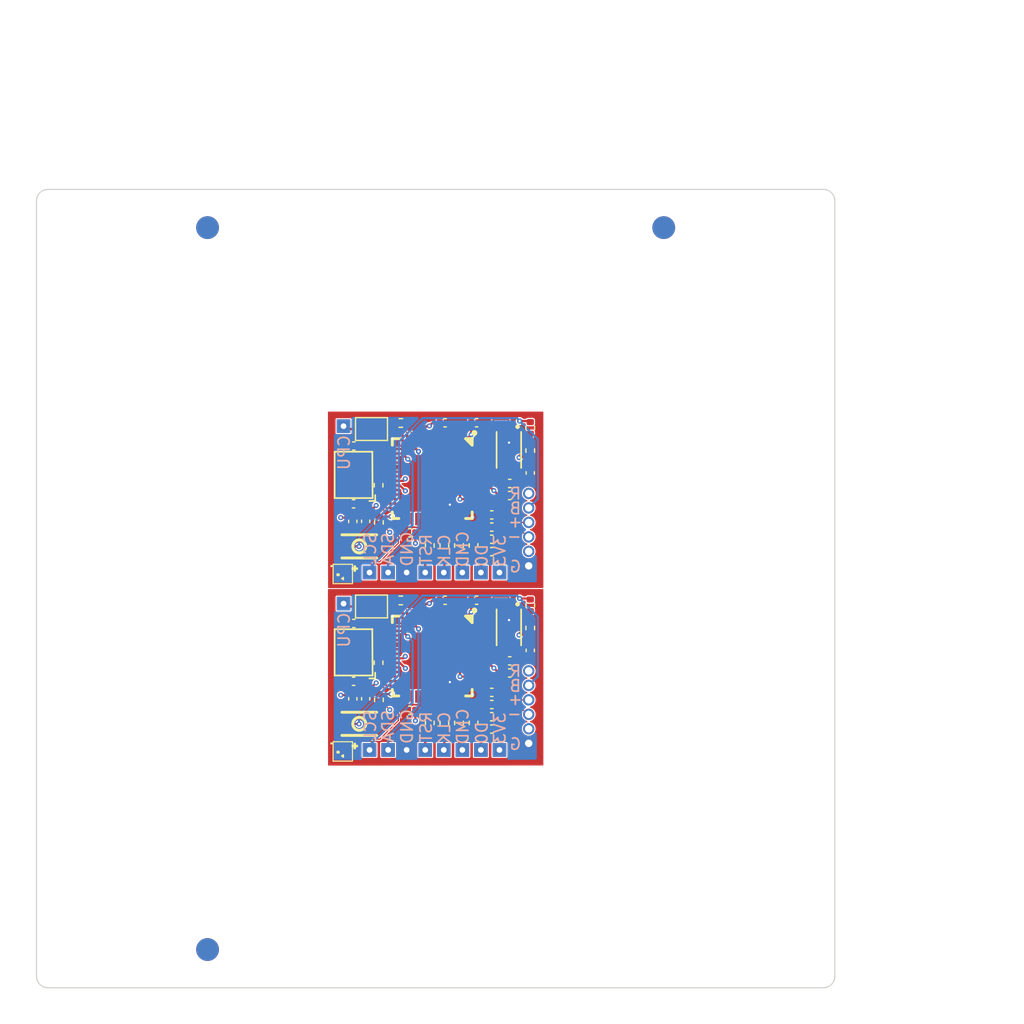
<source format=kicad_pcb>
(kicad_pcb (version 20221018) (generator pcbnew)
  (layers (0 "F.Cu" signal) (1 "In1.Cu" signal) (2 "In2.Cu" signal) (31 "B.Cu" signal) (34 "B.Paste" user) (35 "F.Paste" user) (36 "B.SilkS" user "B.Silkscreen") (37 "F.SilkS" user "F.Silkscreen") (38 "B.Mask" user) (39 "F.Mask" user) (44 "Edge.Cuts" user))
  (net 0 "")
  (net 1 "Board_0-+1V1")
  (net 2 "Board_0-+3V3")
  (net 3 "Board_0-BOOT")
  (net 4 "Board_0-D+")
  (net 5 "Board_0-D-")
  (net 6 "Board_0-DBG_CLK")
  (net 7 "Board_0-DBG_DAT")
  (net 8 "Board_0-GND")
  (net 9 "Board_0-LED_DATA")
  (net 10 "Board_0-NS_CLK")
  (net 11 "Board_0-NS_CMD")
  (net 12 "Board_0-NS_CPU")
  (net 13 "Board_0-NS_D0")
  (net 14 "Board_0-NS_RST")
  (net 15 "Board_0-NS_SCL")
  (net 16 "Board_0-NS_SDA")
  (net 17 "Board_0-Net-(JP1-B)")
  (net 18 "Board_0-Net-(U1-GPIO26_ADC0)")
  (net 19 "Board_0-Net-(U1-GPIO27_ADC1)")
  (net 20 "Board_0-Net-(U1-GPIO28_ADC2)")
  (net 21 "Board_0-Net-(U1-GPIO29_ADC3)")
  (net 22 "Board_0-Net-(X1-OSC1)")
  (net 23 "Board_0-QSPI_CS")
  (net 24 "Board_0-QSPI_SCK")
  (net 25 "Board_0-QSPI_SD0")
  (net 26 "Board_0-QSPI_SD1")
  (net 27 "Board_0-QSPI_SD2")
  (net 28 "Board_0-QSPI_SD3")
  (net 29 "Board_0-RST")
  (net 30 "Board_0-XIN")
  (net 31 "Board_0-XOUT")
  (net 32 "Board_0-unconnected-(U1-GPIO0-Pad2)")
  (net 33 "Board_0-unconnected-(U1-GPIO1-Pad3)")
  (net 34 "Board_0-unconnected-(U1-GPIO10-Pad13)")
  (net 35 "Board_0-unconnected-(U1-GPIO11-Pad14)")
  (net 36 "Board_0-unconnected-(U1-GPIO14-Pad17)")
  (net 37 "Board_0-unconnected-(U1-GPIO17-Pad28)")
  (net 38 "Board_0-unconnected-(U1-GPIO18-Pad29)")
  (net 39 "Board_0-unconnected-(U1-GPIO19-Pad30)")
  (net 40 "Board_0-unconnected-(U1-GPIO2-Pad4)")
  (net 41 "Board_0-unconnected-(U1-GPIO20-Pad31)")
  (net 42 "Board_0-unconnected-(U1-GPIO21-Pad32)")
  (net 43 "Board_0-unconnected-(U1-GPIO22-Pad34)")
  (net 44 "Board_0-unconnected-(U1-GPIO23-Pad35)")
  (net 45 "Board_0-unconnected-(U1-GPIO24-Pad36)")
  (net 46 "Board_0-unconnected-(U1-GPIO25-Pad37)")
  (net 47 "Board_0-unconnected-(U1-GPIO3-Pad5)")
  (net 48 "Board_0-unconnected-(U1-GPIO4-Pad6)")
  (net 49 "Board_0-unconnected-(U1-GPIO5-Pad7)")
  (net 50 "Board_0-unconnected-(U1-GPIO6-Pad8)")
  (net 51 "Board_0-unconnected-(U1-GPIO7-Pad9)")
  (net 52 "Board_0-unconnected-(U1-GPIO8-Pad11)")
  (net 53 "Board_0-unconnected-(U1-GPIO9-Pad12)")
  (net 54 "Board_0-unconnected-(U5-DOUT-Pad1)")
  (net 55 "Board_1-+1V1")
  (net 56 "Board_1-+3V3")
  (net 57 "Board_1-BOOT")
  (net 58 "Board_1-D+")
  (net 59 "Board_1-D-")
  (net 60 "Board_1-DBG_CLK")
  (net 61 "Board_1-DBG_DAT")
  (net 62 "Board_1-GND")
  (net 63 "Board_1-LED_DATA")
  (net 64 "Board_1-NS_CLK")
  (net 65 "Board_1-NS_CMD")
  (net 66 "Board_1-NS_CPU")
  (net 67 "Board_1-NS_D0")
  (net 68 "Board_1-NS_RST")
  (net 69 "Board_1-NS_SCL")
  (net 70 "Board_1-NS_SDA")
  (net 71 "Board_1-Net-(JP1-B)")
  (net 72 "Board_1-Net-(U1-GPIO26_ADC0)")
  (net 73 "Board_1-Net-(U1-GPIO27_ADC1)")
  (net 74 "Board_1-Net-(U1-GPIO28_ADC2)")
  (net 75 "Board_1-Net-(U1-GPIO29_ADC3)")
  (net 76 "Board_1-Net-(X1-OSC1)")
  (net 77 "Board_1-QSPI_CS")
  (net 78 "Board_1-QSPI_SCK")
  (net 79 "Board_1-QSPI_SD0")
  (net 80 "Board_1-QSPI_SD1")
  (net 81 "Board_1-QSPI_SD2")
  (net 82 "Board_1-QSPI_SD3")
  (net 83 "Board_1-RST")
  (net 84 "Board_1-XIN")
  (net 85 "Board_1-XOUT")
  (net 86 "Board_1-unconnected-(U1-GPIO0-Pad2)")
  (net 87 "Board_1-unconnected-(U1-GPIO1-Pad3)")
  (net 88 "Board_1-unconnected-(U1-GPIO10-Pad13)")
  (net 89 "Board_1-unconnected-(U1-GPIO11-Pad14)")
  (net 90 "Board_1-unconnected-(U1-GPIO14-Pad17)")
  (net 91 "Board_1-unconnected-(U1-GPIO17-Pad28)")
  (net 92 "Board_1-unconnected-(U1-GPIO18-Pad29)")
  (net 93 "Board_1-unconnected-(U1-GPIO19-Pad30)")
  (net 94 "Board_1-unconnected-(U1-GPIO2-Pad4)")
  (net 95 "Board_1-unconnected-(U1-GPIO20-Pad31)")
  (net 96 "Board_1-unconnected-(U1-GPIO21-Pad32)")
  (net 97 "Board_1-unconnected-(U1-GPIO22-Pad34)")
  (net 98 "Board_1-unconnected-(U1-GPIO23-Pad35)")
  (net 99 "Board_1-unconnected-(U1-GPIO24-Pad36)")
  (net 100 "Board_1-unconnected-(U1-GPIO25-Pad37)")
  (net 101 "Board_1-unconnected-(U1-GPIO3-Pad5)")
  (net 102 "Board_1-unconnected-(U1-GPIO4-Pad6)")
  (net 103 "Board_1-unconnected-(U1-GPIO5-Pad7)")
  (net 104 "Board_1-unconnected-(U1-GPIO6-Pad8)")
  (net 105 "Board_1-unconnected-(U1-GPIO7-Pad9)")
  (net 106 "Board_1-unconnected-(U1-GPIO8-Pad11)")
  (net 107 "Board_1-unconnected-(U1-GPIO9-Pad12)")
  (net 108 "Board_1-unconnected-(U5-DOUT-Pad1)")
  (footprint "Resistor_SMD:R_0402_1005Metric" (layer "F.Cu") (at 150.545 51.22 -90)
    (fp_text reference "R10" hide)
    (fp_text value "47")
  )
  (footprint "kicad_lceda:TH_Pads_1x1_P1.20mml" (layer "F.Cu") (at 140.425 56.32 90)
    (fp_text reference "J1" hide)
    (fp_text value "Conn_01x01")
  )
  (footprint "Capacitor_SMD:C_0402_1005Metric" (layer "F.Cu") (at 154.995 62.4)
    (fp_text reference "C10" hide)
    (fp_text value "100nF,16V,X7R ")
  )
  (footprint "kicad_lceda:TH_Pads_1x1_P1.20mml" (layer "F.Cu") (at 140.425 40.76 90)
    (fp_text reference "J1" hide)
    (fp_text value "Conn_01x01")
  )
  (footprint "kicad_lceda:LED-SMD_4P-L1.0-W1.0-TL_XL-1010RGBC-WS2812B" (layer "F.Cu") (at 140.3575 69.28)
    (fp_text reference "U5" hide)
    (fp_text value "XL-1010RGBC-WS2812B")
  )
  (footprint "Resistor_SMD:R_0402_1005Metric" (layer "F.Cu") (at 156.795 40.91 -90)
    (fp_text reference "R5" hide)
    (fp_text value "1k")
  )
  (footprint "Capacitor_SMD:C_0402_1005Metric" (layer "F.Cu") (at 153.425 51.76)
    (fp_text reference "C8" hide)
    (fp_text value "100nF,16V,X7R ")
  )
  (footprint "kicad_lceda:TH_Pads_1x1_P1.20mml" (layer "F.Cu") (at 154.095 69.15)
    (fp_text reference "J10" hide)
    (fp_text value "Conn_01x01")
  )
  (footprint "kicad_lceda:LQFN-56_L7.0-W7.0-P0.4-EP" (layer "F.Cu") (at 148.2 45.355 -90)
    (fp_text reference "U1" hide)
    (fp_text value "RP2040")
  )
  (footprint "kicad_lceda:TH_Pads_1x1_P1.20mml" (layer "F.Cu") (at 147.585 53.59 90)
    (fp_text reference "J2" hide)
    (fp_text value "Conn_01x01")
  )
  (footprint "kicad_lceda:USON-8_L3.0-W2.0-P0.50-BL-EP" (layer "F.Cu") (at 154.92 42.8425 180)
    (fp_text reference "U2" hide)
    (fp_text value "W25Q16JVUXIQ")
  )
  (footprint "Resistor_SMD:R_0402_1005Metric" (layer "F.Cu") (at 143.495 45.94 90)
    (fp_text reference "R1" hide)
    (fp_text value "1k")
  )
  (footprint "Capacitor_SMD:C_0402_1005Metric" (layer "F.Cu") (at 152.095 56.02)
    (fp_text reference "C11" hide)
    (fp_text value "100nF,16V,X7R ")
  )
  (footprint "Resistor_SMD:R_0402_1005Metric" (layer "F.Cu") (at 151.825 51.22 -90)
    (fp_text reference "R11" hide)
    (fp_text value "47")
  )
  (footprint "kicad_lceda:LQFN-56_L7.0-W7.0-P0.4-EP" (layer "F.Cu") (at 148.2 60.915 -90)
    (fp_text reference "U1" hide)
    (fp_text value "RP2040")
  )
  (footprint "Capacitor_SMD:C_0402_1005Metric" (layer "F.Cu") (at 141.305 47.57)
    (fp_text reference "C1" hide)
    (fp_text value "27pF,50V,C0G ")
  )
  (footprint "Capacitor_SMD:C_0402_1005Metric" (layer "F.Cu") (at 141.325 58.06)
    (fp_text reference "C3" hide)
    (fp_text value "27pF,50V,C0G ")
  )
  (footprint "kicad_lceda:TH_Pads_1x1_P1.20mml" (layer "F.Cu") (at 149.2125 69.15 90)
    (fp_text reference "J3" hide)
    (fp_text value "Conn_01x01")
  )
  (footprint "Capacitor_SMD:C_0402_1005Metric" (layer "F.Cu") (at 154.995 45.78)
    (fp_text reference "C2" hide)
    (fp_text value "100nF,16V,X7R ")
  )
  (footprint "kicad_lceda:KEY-SMD_L3.0-W2.0-LS3.5" (layer "F.Cu") (at 141.805 66.86)
    (fp_text reference "SW1" hide)
    (fp_text value "EVPAWED40")
  )
  (footprint "kicad_lceda:LED-SMD_4P-L1.0-W1.0-TL_XL-1010RGBC-WS2812B" (layer "F.Cu") (at 140.3575 53.72)
    (fp_text reference "U5" hide)
    (fp_text value "XL-1010RGBC-WS2812B")
  )
  (footprint "Resistor_SMD:R_0402_1005Metric" (layer "F.Cu") (at 149.265 66.78 -90)
    (fp_text reference "R9" hide)
    (fp_text value "47")
  )
  (footprint "kicad_lceda:TH_Pads_1x1_P1.20mml" (layer "F.Cu") (at 144.335 53.59 -90)
    (fp_text reference "J6" hide)
    (fp_text value "Conn_01x01")
  )
  (footprint "Capacitor_SMD:C_0402_1005Metric" (layer "F.Cu") (at 156.795 44.86 -90)
    (fp_text reference "C14" hide)
    (fp_text value "100nF,16V,X7R ")
  )
  (footprint "Capacitor_SMD:C_0402_1005Metric" (layer "F.Cu") (at 149.33 40.465)
    (fp_text reference "C12" hide)
    (fp_text value "100nF,16V,X7R ")
  )
  (footprint "Capacitor_SMD:C_0402_1005Metric" (layer "F.Cu") (at 141.235 64.665 -90)
    (fp_text reference "C13" hide)
    (fp_text value "100nF,16V,X7R ")
  )
  (footprint "Capacitor_SMD:C_0402_1005Metric" (layer "F.Cu") (at 142.365 64.66 -90)
    (fp_text reference "C4" hide)
    (fp_text value "100nF,16V,X7R ")
  )
  (footprint "kicad_lceda:USON-8_L3.0-W2.0-P0.50-BL-EP" (layer "F.Cu") (at 154.92 58.4025 180)
    (fp_text reference "U2" hide)
    (fp_text value "W25Q16JVUXIQ")
  )
  (footprint "Capacitor_SMD:C_0402_1005Metric" (layer "F.Cu") (at 154.995 46.84)
    (fp_text reference "C10" hide)
    (fp_text value "100nF,16V,X7R ")
  )
  (footprint "Resistor_SMD:R_0402_1005Metric" (layer "F.Cu") (at 147.985 51.22 -90)
    (fp_text reference "R8" hide)
    (fp_text value "47")
  )
  (footprint "kicad_lceda:SolderJumper-2_P1.3mm_Open_TrianglePad1.0x1.5mm_Sm" (layer "F.Cu") (at 142.875 56.57)
    (fp_text reference "JP1" hide)
    (fp_text value "Jumper_2_Open")
  )
  (footprint "kicad_lceda:TH_Pads_1x1_P1.20mml" (layer "F.Cu") (at 150.84 53.59 90)
    (fp_text reference "J4" hide)
    (fp_text value "Conn_01x01")
  )
  (footprint "Resistor_SMD:R_0402_1005Metric" (layer "F.Cu") (at 143.495 61.5 90)
    (fp_text reference "R1" hide)
    (fp_text value "1k")
  )
  (footprint "Fiducial" (layer "F.Cu") (at 128.5 86.65)
    (fp_text reference "REF**" hide)
    (fp_text value "Fiducial" hide)
  )
  (footprint "Resistor_SMD:R_0402_1005Metric" (layer "F.Cu") (at 150.545 66.78 -90)
    (fp_text reference "R10" hide)
    (fp_text value "47")
  )
  (footprint "Capacitor_SMD:C_0402_1005Metric" (layer "F.Cu") (at 141.235 49.105 -90)
    (fp_text reference "C13" hide)
    (fp_text value "100nF,16V,X7R ")
  )
  (footprint "Resistor_SMD:R_0402_1005Metric" (layer "F.Cu") (at 156.795 42.895 90)
    (fp_text reference "R6" hide)
    (fp_text value "10k")
  )
  (footprint "kicad_lceda:TH_Pads_1x1_P1.20mml" (layer "F.Cu") (at 152.4675 69.15)
    (fp_text reference "J5" hide)
    (fp_text value "Conn_01x01")
  )
  (footprint "Capacitor_SMD:C_0402_1005Metric" (layer "F.Cu") (at 141.325 42.5)
    (fp_text reference "C3" hide)
    (fp_text value "27pF,50V,C0G ")
  )
  (footprint "kicad_lceda:ProgPins_1x06_P1.27mm" (layer "F.Cu") (at 156.659248 62.218121)
    (fp_text reference "J8" hide)
    (fp_text value "Conn_01x06")
  )
  (footprint "Capacitor_SMD:C_0402_1005Metric" (layer "F.Cu") (at 153.42 50.675)
    (fp_text reference "C9" hide)
    (fp_text value "100nF,16V,X7R ")
  )
  (footprint "Resistor_SMD:R_0402_1005Metric" (layer "F.Cu") (at 147.985 66.78 -90)
    (fp_text reference "R8" hide)
    (fp_text value "47")
  )
  (footprint "Capacitor_SMD:C_0402_1005Metric" (layer "F.Cu") (at 153.425 67.32)
    (fp_text reference "C8" hide)
    (fp_text value "100nF,16V,X7R ")
  )
  (footprint "Capacitor_SMD:C_0402_1005Metric" (layer "F.Cu") (at 153.42 49.6075 180)
    (fp_text reference "C6" hide)
    (fp_text value "1uF,25V,X5R ")
  )
  (footprint "Capacitor_SMD:C_0402_1005Metric" (layer "F.Cu") (at 153.42 65.1675 180)
    (fp_text reference "C6" hide)
    (fp_text value "1uF,25V,X5R ")
  )
  (footprint "kicad_lceda:TH_Pads_1x1_P1.20mml" (layer "F.Cu") (at 149.2125 53.59 90)
    (fp_text reference "J3" hide)
    (fp_text value "Conn_01x01")
  )
  (footprint "Capacitor_SMD:C_0402_1005Metric" (layer "F.Cu") (at 153.42 48.54)
    (fp_text reference "C5" hide)
    (fp_text value "1uF,25V,X5R ")
  )
  (footprint "kicad_lceda:TH_Pads_1x1_P1.20mml" (layer "F.Cu") (at 152.4675 53.59)
    (fp_text reference "J5" hide)
    (fp_text value "Conn_01x01")
  )
  (footprint "Resistor_SMD:R_0402_1005Metric" (layer "F.Cu") (at 145.445 56.04)
    (fp_text reference "R12" hide)
    (fp_text value "10k")
  )
  (footprint "Fiducial" (layer "F.Cu") (at 128.5 23.35)
    (fp_text reference "REF**" hide)
    (fp_text value "Fiducial" hide)
  )
  (footprint "kicad_lceda:OSC-SMD_4P-L3.2-W2.5-BL" (layer "F.Cu") (at 141.292 45.033 90)
    (fp_text reference "X1" hide)
    (fp_text value "SMD-3225_4P_12.000MHZ_9PF")
  )
  (footprint "Resistor_SMD:R_0402_1005Metric" (layer "F.Cu") (at 149.265 51.22 -90)
    (fp_text reference "R9" hide)
    (fp_text value "47")
  )
  (footprint "Resistor_SMD:R_0402_1005Metric" (layer "F.Cu") (at 151.825 66.78 -90)
    (fp_text reference "R11" hide)
    (fp_text value "47")
  )
  (footprint "kicad_lceda:ProgPins_1x06_P1.27mm" (layer "F.Cu") (at 156.659248 46.658121)
    (fp_text reference "J8" hide)
    (fp_text value "Conn_01x06")
  )
  (footprint "Capacitor_SMD:C_0402_1005Metric" (layer "F.Cu") (at 156.795 60.42 -90)
    (fp_text reference "C14" hide)
    (fp_text value "100nF,16V,X7R ")
  )
  (footprint "Capacitor_SMD:C_0402_1005Metric" (layer "F.Cu") (at 141.305 63.13)
    (fp_text reference "C1" hide)
    (fp_text value "27pF,50V,C0G ")
  )
  (footprint "kicad_lceda:TH_Pads_1x1_P1.20mml" (layer "F.Cu") (at 142.7025 69.15)
    (fp_text reference "J7" hide)
    (fp_text value "Conn_01x01")
  )
  (footprint "kicad_lceda:TH_Pads_1x1_P1.20mml" (layer "F.Cu") (at 145.9575 53.59)
    (fp_text reference "J9" hide)
    (fp_text value "Conn_01x01")
  )
  (footprint "kicad_lceda:OSC-SMD_4P-L3.2-W2.5-BL" (layer "F.Cu") (at 141.292 60.593 90)
    (fp_text reference "X1" hide)
    (fp_text value "SMD-3225_4P_12.000MHZ_9PF")
  )
  (footprint "kicad_lceda:TH_Pads_1x1_P1.20mml" (layer "F.Cu") (at 145.9575 69.15)
    (fp_text reference "J9" hide)
    (fp_text value "Conn_01x01")
  )
  (footprint "Capacitor_SMD:C_0402_1005Metric" (layer "F.Cu") (at 153.42 66.235)
    (fp_text reference "C9" hide)
    (fp_text value "100nF,16V,X7R ")
  )
  (footprint "Capacitor_SMD:C_0402_1005Metric" (layer "F.Cu") (at 146.245 50.11 180)
    (fp_text reference "C7" hide)
    (fp_text value "100nF,16V,X7R ")
  )
  (footprint "Capacitor_SMD:C_0402_1005Metric" (layer "F.Cu") (at 146.245 65.67 180)
    (fp_text reference "C7" hide)
    (fp_text value "100nF,16V,X7R ")
  )
  (footprint "kicad_lceda:SolderJumper-2_P1.3mm_Open_TrianglePad1.0x1.5mm_Sm" (layer "F.Cu") (at 142.875 41.01)
    (fp_text reference "JP1" hide)
    (fp_text value "Jumper_2_Open")
  )
  (footprint "Resistor_SMD:R_0402_1005Metric" (layer "F.Cu") (at 143.525 64.76 90)
    (fp_text reference "R2" hide)
    (fp_text value "10k")
  )
  (footprint "kicad_lceda:TH_Pads_1x1_P1.20mml" (layer "F.Cu") (at 144.335 69.15 -90)
    (fp_text reference "J6" hide)
    (fp_text value "Conn_01x01")
  )
  (footprint "Fiducial" (layer "F.Cu") (at 168.5 23.35)
    (fp_text reference "REF**" hide)
    (fp_text value "Fiducial" hide)
  )
  (footprint "Capacitor_SMD:C_0402_1005Metric" (layer "F.Cu") (at 149.33 56.025)
    (fp_text reference "C12" hide)
    (fp_text value "100nF,16V,X7R ")
  )
  (footprint "Capacitor_SMD:C_0402_1005Metric" (layer "F.Cu") (at 152.095 40.46)
    (fp_text reference "C11" hide)
    (fp_text value "100nF,16V,X7R ")
  )
  (footprint "kicad_lceda:TH_Pads_1x1_P1.20mml" (layer "F.Cu") (at 150.84 69.15 90)
    (fp_text reference "J4" hide)
    (fp_text value "Conn_01x01")
  )
  (footprint "Capacitor_SMD:C_0402_1005Metric" (layer "F.Cu") (at 142.365 49.1 -90)
    (fp_text reference "C4" hide)
    (fp_text value "100nF,16V,X7R ")
  )
  (footprint "Capacitor_SMD:C_0402_1005Metric" (layer "F.Cu") (at 153.42 64.1)
    (fp_text reference "C5" hide)
    (fp_text value "1uF,25V,X5R ")
  )
  (footprint "kicad_lceda:TH_Pads_1x1_P1.20mml" (layer "F.Cu") (at 142.7025 53.59)
    (fp_text reference "J7" hide)
    (fp_text value "Conn_01x01")
  )
  (footprint "kicad_lceda:TH_Pads_1x1_P1.20mml" (layer "F.Cu") (at 154.095 53.59)
    (fp_text reference "J10" hide)
    (fp_text value "Conn_01x01")
  )
  (footprint "kicad_lceda:KEY-SMD_L3.0-W2.0-LS3.5" (layer "F.Cu") (at 141.805 51.3)
    (fp_text reference "SW1" hide)
    (fp_text value "EVPAWED40")
  )
  (footprint "Resistor_SMD:R_0402_1005Metric" (layer "F.Cu") (at 143.525 49.2 90)
    (fp_text reference "R2" hide)
    (fp_text value "10k")
  )
  (footprint "Resistor_SMD:R_0402_1005Metric" (layer "F.Cu") (at 156.795 56.47 -90)
    (fp_text reference "R5" hide)
    (fp_text value "1k")
  )
  (footprint "Resistor_SMD:R_0402_1005Metric" (layer "F.Cu") (at 145.445 40.48)
    (fp_text reference "R12" hide)
    (fp_text value "10k")
  )
  (footprint "Resistor_SMD:R_0402_1005Metric" (layer "F.Cu") (at 156.795 58.455 90)
    (fp_text reference "R6" hide)
    (fp_text value "10k")
  )
  (footprint "kicad_lceda:TH_Pads_1x1_P1.20mml" (layer "F.Cu") (at 147.585 69.15 90)
    (fp_text reference "J2" hide)
    (fp_text value "Conn_01x01")
  )
  (footprint "Capacitor_SMD:C_0402_1005Metric" (layer "F.Cu") (at 154.995 61.34)
    (fp_text reference "C2" hide)
    (fp_text value "100nF,16V,X7R ")
  )
  (footprint "Fiducial" (layer "B.Cu") (at 168.5 23.35)
    (fp_text reference "REF**" hide)
    (fp_text value "Fiducial" hide)
  )
  (footprint "Fiducial" (layer "B.Cu") (at 128.5 23.35)
    (fp_text reference "REF**" hide)
    (fp_text value "Fiducial" hide)
  )
  (footprint "Fiducial" (layer "B.Cu") (at 128.5 86.65)
    (fp_text reference "REF**" hide)
    (fp_text value "Fiducial" hide)
  )
  (gr_line (start 113.519214 20.804909) (end 113.504815 20.901982) (stroke (width 0.1)) (layer "Edge.Cuts"))
  (gr_line (start 183.331469 20.444429) (end 183.27301 20.365606) (stroke (width 0.1)) (layer "Edge.Cuts"))
  (gr_line (start 182.69509 20.019214) (end 182.598017 20.004815) (stroke (width 0.1)) (layer "Edge.Cuts"))
  (gr_line (start 182.69509 89.980785) (end 182.790284 89.95694) (stroke (width 0.1)) (layer "Edge.Cuts"))
  (gr_line (start 182.598017 89.995184) (end 182.69509 89.980785) (stroke (width 0.1)) (layer "Edge.Cuts"))
  (gr_line (start 183.495184 89.098017) (end 183.5 89) (stroke (width 0.1)) (layer "Edge.Cuts"))
  (gr_line (start 113.5 89) (end 113.504815 89.098017) (stroke (width 0.1)) (layer "Edge.Cuts"))
  (gr_line (start 114.117316 89.923879) (end 114.209715 89.95694) (stroke (width 0.1)) (layer "Edge.Cuts"))
  (gr_line (start 182.598017 20.004815) (end 182.5 20) (stroke (width 0.1)) (layer "Edge.Cuts"))
  (gr_line (start 183.381921 20.528603) (end 183.331469 20.444429) (stroke (width 0.1)) (layer "Edge.Cuts"))
  (gr_line (start 183.423879 89.382683) (end 183.45694 89.290284) (stroke (width 0.1)) (layer "Edge.Cuts"))
  (gr_line (start 114.5 90) (end 182.5 90) (stroke (width 0.1)) (layer "Edge.Cuts"))
  (gr_line (start 182.5 90) (end 182.598017 89.995184) (stroke (width 0.1)) (layer "Edge.Cuts"))
  (gr_line (start 183.423879 20.617316) (end 183.381921 20.528603) (stroke (width 0.1)) (layer "Edge.Cuts"))
  (gr_line (start 114.209715 20.043059) (end 114.117316 20.07612) (stroke (width 0.1)) (layer "Edge.Cuts"))
  (gr_line (start 113.543059 89.290284) (end 113.57612 89.382683) (stroke (width 0.1)) (layer "Edge.Cuts"))
  (gr_line (start 113.865606 20.226989) (end 113.792893 20.292893) (stroke (width 0.1)) (layer "Edge.Cuts"))
  (gr_line (start 113.944429 20.16853) (end 113.865606 20.226989) (stroke (width 0.1)) (layer "Edge.Cuts"))
  (gr_line (start 182.971396 20.118078) (end 182.882683 20.07612) (stroke (width 0.1)) (layer "Edge.Cuts"))
  (gr_line (start 183.5 89) (end 183.5 21) (stroke (width 0.1)) (layer "Edge.Cuts"))
  (gr_line (start 183.381921 89.471396) (end 183.423879 89.382683) (stroke (width 0.1)) (layer "Edge.Cuts"))
  (gr_line (start 182.790284 20.043059) (end 182.69509 20.019214) (stroke (width 0.1)) (layer "Edge.Cuts"))
  (gr_line (start 114.028603 20.118078) (end 113.944429 20.16853) (stroke (width 0.1)) (layer "Edge.Cuts"))
  (gr_line (start 114.401982 89.995184) (end 114.5 90) (stroke (width 0.1)) (layer "Edge.Cuts"))
  (gr_line (start 182.882683 89.923879) (end 182.971396 89.881921) (stroke (width 0.1)) (layer "Edge.Cuts"))
  (gr_line (start 183.05557 89.831469) (end 183.134393 89.77301) (stroke (width 0.1)) (layer "Edge.Cuts"))
  (gr_line (start 114.209715 89.95694) (end 114.304909 89.980785) (stroke (width 0.1)) (layer "Edge.Cuts"))
  (gr_line (start 113.726989 20.365606) (end 113.66853 20.444429) (stroke (width 0.1)) (layer "Edge.Cuts"))
  (gr_line (start 183.331469 89.55557) (end 183.381921 89.471396) (stroke (width 0.1)) (layer "Edge.Cuts"))
  (gr_line (start 183.45694 20.709715) (end 183.423879 20.617316) (stroke (width 0.1)) (layer "Edge.Cuts"))
  (gr_line (start 113.504815 20.901982) (end 113.5 21) (stroke (width 0.1)) (layer "Edge.Cuts"))
  (gr_line (start 113.792893 20.292893) (end 113.726989 20.365606) (stroke (width 0.1)) (layer "Edge.Cuts"))
  (gr_line (start 113.792893 89.707106) (end 113.865606 89.77301) (stroke (width 0.1)) (layer "Edge.Cuts"))
  (gr_line (start 183.05557 20.16853) (end 182.971396 20.118078) (stroke (width 0.1)) (layer "Edge.Cuts"))
  (gr_line (start 113.5 21) (end 113.5 89) (stroke (width 0.1)) (layer "Edge.Cuts"))
  (gr_line (start 183.27301 89.634393) (end 183.331469 89.55557) (stroke (width 0.1)) (layer "Edge.Cuts"))
  (gr_line (start 113.618078 89.471396) (end 113.66853 89.55557) (stroke (width 0.1)) (layer "Edge.Cuts"))
  (gr_line (start 183.134393 20.226989) (end 183.05557 20.16853) (stroke (width 0.1)) (layer "Edge.Cuts"))
  (gr_line (start 113.66853 20.444429) (end 113.618078 20.528603) (stroke (width 0.1)) (layer "Edge.Cuts"))
  (gr_line (start 113.726989 89.634393) (end 113.792893 89.707106) (stroke (width 0.1)) (layer "Edge.Cuts"))
  (gr_line (start 113.519214 89.19509) (end 113.543059 89.290284) (stroke (width 0.1)) (layer "Edge.Cuts"))
  (gr_line (start 113.504815 89.098017) (end 113.519214 89.19509) (stroke (width 0.1)) (layer "Edge.Cuts"))
  (gr_line (start 183.5 21) (end 183.495184 20.901982) (stroke (width 0.1)) (layer "Edge.Cuts"))
  (gr_line (start 183.45694 89.290284) (end 183.480785 89.19509) (stroke (width 0.1)) (layer "Edge.Cuts"))
  (gr_line (start 183.495184 20.901982) (end 183.480785 20.804909) (stroke (width 0.1)) (layer "Edge.Cuts"))
  (gr_line (start 113.618078 20.528603) (end 113.57612 20.617316) (stroke (width 0.1)) (layer "Edge.Cuts"))
  (gr_line (start 113.543059 20.709715) (end 113.519214 20.804909) (stroke (width 0.1)) (layer "Edge.Cuts"))
  (gr_line (start 114.304909 20.019214) (end 114.209715 20.043059) (stroke (width 0.1)) (layer "Edge.Cuts"))
  (gr_line (start 182.971396 89.881921) (end 183.05557 89.831469) (stroke (width 0.1)) (layer "Edge.Cuts"))
  (gr_line (start 182.790284 89.95694) (end 182.882683 89.923879) (stroke (width 0.1)) (layer "Edge.Cuts"))
  (gr_line (start 182.5 20) (end 114.5 20) (stroke (width 0.1)) (layer "Edge.Cuts"))
  (gr_line (start 183.207106 89.707106) (end 183.27301 89.634393) (stroke (width 0.1)) (layer "Edge.Cuts"))
  (gr_line (start 183.480785 20.804909) (end 183.45694 20.709715) (stroke (width 0.1)) (layer "Edge.Cuts"))
  (gr_line (start 183.207106 20.292893) (end 183.134393 20.226989) (stroke (width 0.1)) (layer "Edge.Cuts"))
  (gr_line (start 183.480785 89.19509) (end 183.495184 89.098017) (stroke (width 0.1)) (layer "Edge.Cuts"))
  (gr_line (start 113.57612 20.617316) (end 113.543059 20.709715) (stroke (width 0.1)) (layer "Edge.Cuts"))
  (gr_line (start 183.134393 89.77301) (end 183.207106 89.707106) (stroke (width 0.1)) (layer "Edge.Cuts"))
  (gr_line (start 113.57612 89.382683) (end 113.618078 89.471396) (stroke (width 0.1)) (layer "Edge.Cuts"))
  (gr_line (start 114.028603 89.881921) (end 114.117316 89.923879) (stroke (width 0.1)) (layer "Edge.Cuts"))
  (gr_line (start 114.117316 20.07612) (end 114.028603 20.118078) (stroke (width 0.1)) (layer "Edge.Cuts"))
  (gr_line (start 114.304909 89.980785) (end 114.401982 89.995184) (stroke (width 0.1)) (layer "Edge.Cuts"))
  (gr_line (start 183.480785 20.804909) (end 183.480785 20.804909) (stroke (width 0.1)) (layer "Edge.Cuts"))
  (gr_line (start 182.882683 20.07612) (end 182.790284 20.043059) (stroke (width 0.1)) (layer "Edge.Cuts"))
  (gr_line (start 113.66853 89.55557) (end 113.726989 89.634393) (stroke (width 0.1)) (layer "Edge.Cuts"))
  (gr_line (start 114.401982 20.004815) (end 114.304909 20.019214) (stroke (width 0.1)) (layer "Edge.Cuts"))
  (gr_line (start 114.5 20) (end 114.401982 20.004815) (stroke (width 0.1)) (layer "Edge.Cuts"))
  (gr_line (start 113.865606 89.77301) (end 113.944429 89.831469) (stroke (width 0.1)) (layer "Edge.Cuts"))
  (gr_line (start 113.944429 89.831469) (end 114.028603 89.881921) (stroke (width 0.1)) (layer "Edge.Cuts"))
  (gr_line (start 183.27301 20.365606) (end 183.207106 20.292893) (stroke (width 0.1)) (layer "Edge.Cuts"))
  (gr_text "CMD" (at 151.46 65.425 90) (layer "B.SilkS") (effects (font (size 1 1)) (justify left bottom mirror)))
  (gr_text "SDA" (at 144.905 50 90) (layer "B.SilkS") (effects (font (size 1 1)) (justify left bottom mirror)))
  (gr_text "+" (at 156.205 49.72) (layer "B.SilkS") (effects (font (size 1 1)) (justify left bottom mirror)))
  (gr_text "3V3" (at 154.705 50.21 90) (layer "B.SilkS") (effects (font (size 1 1)) (justify left bottom mirror)))
  (gr_text "GND" (at 146.575 65.47 90) (layer "B.SilkS") (effects (font (size 1 1)) (justify left bottom mirror)))
  (gr_text "SCL" (at 143.355 65.56 90) (layer "B.SilkS") (effects (font (size 1 1)) (justify left bottom mirror)))
  (gr_text "SDA" (at 144.905 65.56 90) (layer "B.SilkS") (effects (font (size 1 1)) (justify left bottom mirror)))
  (gr_text "CPU" (at 141.055 57.01 90) (layer "B.SilkS") (effects (font (size 1 1)) (justify left bottom mirror)))
  (gr_text "G" (at 156.095 53.66) (layer "B.SilkS") (effects (font (size 1 1)) (justify left bottom mirror)))
  (gr_text "+" (at 156.205 65.28) (layer "B.SilkS") (effects (font (size 1 1)) (justify left bottom mirror)))
  (gr_text "3V3" (at 154.705 65.77 90) (layer "B.SilkS") (effects (font (size 1 1)) (justify left bottom mirror)))
  (gr_text "RST" (at 148.245 50.12 90) (layer "B.SilkS") (effects (font (size 1 1)) (justify left bottom mirror)))
  (gr_text "R" (at 156.085 47.26) (layer "B.SilkS") (effects (font (size 1 1)) (justify left bottom mirror)))
  (gr_text "B" (at 156.085 64.12) (layer "B.SilkS") (effects (font (size 1 1)) (justify left bottom mirror)))
  (gr_text "RST" (at 148.245 65.68 90) (layer "B.SilkS") (effects (font (size 1 1)) (justify left bottom mirror)))
  (gr_text "SCL" (at 143.355 50 90) (layer "B.SilkS") (effects (font (size 1 1)) (justify left bottom mirror)))
  (gr_text "D0" (at 153.135 51.02 90) (layer "B.SilkS") (effects (font (size 1 1)) (justify left bottom mirror)))
  (gr_text "-" (at 156.115 50.99) (layer "B.SilkS") (effects (font (size 1 1)) (justify left bottom mirror)))
  (gr_text "D0" (at 153.135 66.58 90) (layer "B.SilkS") (effects (font (size 1 1)) (justify left bottom mirror)))
  (gr_text "B" (at 156.085 48.56) (layer "B.SilkS") (effects (font (size 1 1)) (justify left bottom mirror)))
  (gr_text "GND" (at 146.575 49.91 90) (layer "B.SilkS") (effects (font (size 1 1)) (justify left bottom mirror)))
  (gr_text "CMD" (at 151.46 49.865 90) (layer "B.SilkS") (effects (font (size 1 1)) (justify left bottom mirror)))
  (gr_text "CPU" (at 141.055 41.45 90) (layer "B.SilkS") (effects (font (size 1 1)) (justify left bottom mirror)))
  (gr_text "R" (at 156.085 62.82) (layer "B.SilkS") (effects (font (size 1 1)) (justify left bottom mirror)))
  (gr_text "G" (at 156.095 69.22) (layer "B.SilkS") (effects (font (size 1 1)) (justify left bottom mirror)))
  (gr_text "-" (at 156.115 66.55) (layer "B.SilkS") (effects (font (size 1 1)) (justify left bottom mirror)))
  (gr_text "CLK" (at 149.85 50.155 90) (layer "B.SilkS") (effects (font (size 1 1)) (justify left bottom mirror)))
  (gr_text "CLK" (at 149.85 65.715 90) (layer "B.SilkS") (effects (font (size 1 1)) (justify left bottom mirror)))
  (segment (start 152.922144 45.155) (end 153.547144 45.78) (width 0.2) (layer "F.Cu") (net 1))
  (segment (start 145.365 45.955) (end 145.845 46.435) (width 0.2) (layer "F.Cu") (net 1))
  (segment (start 151.75 47.155) (end 150.635 47.155) (width 0.2) (layer "F.Cu") (net 1))
  (segment (start 144.65 45.955) (end 145.365 45.955) (width 0.2) (layer "F.Cu") (net 1))
  (segment (start 151.75 45.155) (end 152.922144 45.155) (width 0.2) (layer "F.Cu") (net 1))
  (segment (start 153.547144 45.78) (end 154.515 45.78) (width 0.2) (layer "F.Cu") (net 1))
  (segment (start 152.94 48.54) (end 152.94 47.625) (width 0.2) (layer "F.Cu") (net 1))
  (segment (start 151 45.155) (end 150.635 45.52) (width 0.2) (layer "F.Cu") (net 1))
  (segment (start 152.94 47.625) (end 152.47 47.155) (width 0.2) (layer "F.Cu") (net 1))
  (segment (start 142.375 48.62) (end 143.285 47.71) (width 0.2) (layer "F.Cu") (net 1))
  (segment (start 142.365 48.62) (end 142.375 48.62) (width 0.2) (layer "F.Cu") (net 1))
  (segment (start 150.635 45.52) (end 150.635 47.155) (width 0.2) (layer "F.Cu") (net 1))
  (segment (start 151.75 45.155) (end 151 45.155) (width 0.2) (layer "F.Cu") (net 1))
  (segment (start 152.47 47.155) (end 151.75 47.155) (width 0.2) (layer "F.Cu") (net 1))
  (via (at 150.635 47.155) (size 0.45) (drill 0.2) (layers "F.Cu" "B.Cu") (net 1))
  (via (at 143.285 47.71) (size 0.45) (drill 0.2) (layers "F.Cu" "B.Cu") (net 1))
  (via (at 145.845 46.435) (size 0.45) (drill 0.2) (layers "F.Cu" "B.Cu") (net 1))
  (segment (start 147.2 49.635) (end 147.2 48.905) (width 0.2) (layer "F.Cu") (net 2))
  (segment (start 144.475 50.07) (end 144.115 49.71) (width 0.1) (layer "F.Cu") (net 2))
  (segment (start 141.08 48.78) (end 141.235 48.625) (width 0.2) (layer "F.Cu") (net 2))
  (segment (start 142.405 51.65) (end 142.405 50.68) (width 0.2) (layer "F.Cu") (net 2))
  (segment (start 154.035 46.84) (end 154.515 46.84) (width 0.2) (layer "F.Cu") (net 2))
  (segment (start 152.74 45.555) (end 151.75 45.555) (width 0.2) (layer "F.Cu") (net 2))
  (segment (start 140.175 48.78) (end 141.08 48.78) (width 0.2) (layer "F.Cu") (net 2))
  (segment (start 151.615 41.5) (end 151.615 40.46) (width 0.2) (layer "F.Cu") (net 2))
  (segment (start 143.375 49.71) (end 143.525 49.71) (width 0.2) (layer "F.Cu") (net 2))
  (segment (start 140.7825 53.2725) (end 142.405 51.65) (width 0.2) (layer "F.Cu") (net 2))
  (segment (start 146.725 50.11) (end 147.2 49.635) (width 0.2) (layer "F.Cu") (net 2))
  (segment (start 152.945 51.76) (end 152.945 50.68) (width 0.3576) (layer "F.Cu") (net 2))
  (segment (start 153.595 46.41) (end 152.74 45.555) (width 0.2) (layer "F.Cu") (net 2))
  (segment (start 147.95 40.74) (end 147.735 40.74) (width 0.2) (layer "F.Cu") (net 2))
  (segment (start 144.115 49.71) (end 143.525 49.71) (width 0.1) (layer "F.Cu") (net 2))
  (segment (start 140.7825 53.295) (end 140.7825 53.2725) (width 0.2) (layer "F.Cu") (net 2))
  (segment (start 146.725 51.03) (end 146.725 50.11) (width 0.2) (layer "F.Cu") (net 2))
  (segment (start 147.95 40.74) (end 148.225 40.465) (width 0.2) (layer "F.Cu") (net 2))
  (segment (start 156.795 43.405) (end 156.795 44.38) (width 0.3576) (layer "F.Cu") (net 2))
  (segment (start 151.615 41.5) (end 151.31 41.805) (width 0.2) (layer "F.Cu") (net 2))
  (segment (start 147.735 40.74) (end 147.2 41.275) (width 0.2) (layer "F.Cu") (net 2))
  (segment (start 152.945 50.68) (end 152.94 50.675) (width 0.3576) (layer "F.Cu") (net 2))
  (segment (start 155.92 43.405) (end 155.805 43.52) (width 0.3576) (layer "F.Cu") (net 2))
  (segment (start 151.75 48.74) (end 151.75 47.955) (width 0.1) (layer "F.Cu") (net 2))
  (segment (start 148.225 40.465) (end 148.85 40.465) (width 0.2) (layer "F.Cu") (net 2))
  (segment (start 156.795 43.405) (end 155.92 43.405) (width 0.3576) (layer "F.Cu") (net 2))
  (segment (start 144.65 45.555) (end 145.66 45.555) (width 0.2) (layer "F.Cu") (net 2))
  (segment (start 142.405 50.68) (end 143.375 49.71) (width 0.2) (layer "F.Cu") (net 2))
  (segment (start 147.2 41.275) (end 147.2 41.805) (width 0.2) (layer "F.Cu") (net 2))
  (segment (start 145.66 45.555) (end 145.835 45.38) (width 0.2) (layer "F.Cu") (net 2))
  (segment (start 151.75 45.555) (end 151.75 45.955) (width 0.2) (layer "F.Cu") (net 2))
  (segment (start 151.31 41.805) (end 150.8 41.805) (width 0.2) (layer "F.Cu") (net 2))
  (segment (start 153.605 46.41) (end 154.035 46.84) (width 0.2) (layer "F.Cu") (net 2))
  (segment (start 153.605 46.41) (end 153.595 46.41) (width 0.2) (layer "F.Cu") (net 2))
  (segment (start 156.8455 44.3495) (end 155.67 44.3495) (width 0.2) (layer "F.Cu") (net 2))
  (via (at 153.605 46.41) (size 0.45) (drill 0.2) (layers "F.Cu" "B.Cu") (net 2))
  (via (at 155.805 43.52) (size 0.45) (drill 0.2) (layers "F.Cu" "B.Cu") (net 2))
  (via (at 151.75 48.74) (size 0.45) (drill 0.2) (layers "F.Cu" "B.Cu") (net 2))
  (via (at 146.725 51.03) (size 0.45) (drill 0.2) (layers "F.Cu" "B.Cu") (net 2))
  (via (at 140.175 48.78) (size 0.45) (drill 0.2) (layers "F.Cu" "B.Cu") (net 2))
  (via (at 144.475 50.07) (size 0.45) (drill 0.2) (layers "F.Cu" "B.Cu") (net 2))
  (via (at 145.835 45.38) (size 0.45) (drill 0.2) (layers "F.Cu" "B.Cu") (net 2))
  (via (at 151.615 41.5) (size 0.45) (drill 0.2) (layers "F.Cu" "B.Cu") (net 2))
  (via (at 147.95 40.74) (size 0.45) (drill 0.2) (layers "F.Cu" "B.Cu") (net 2))
  (segment (start 141.775 51.3) (end 140.205 51.3) (width 0.2) (layer "F.Cu") (net 3))
  (segment (start 156.705 40.31) (end 156.795 40.4) (width 0.2) (layer "F.Cu") (net 3))
  (segment (start 141.785 51.31) (end 141.775 51.3) (width 0.2) (layer "F.Cu") (net 3))
  (segment (start 155.865 40.31) (end 156.705 40.31) (width 0.2) (layer "F.Cu") (net 3))
  (via (at 155.865 40.31) (size 0.45) (drill 0.2) (layers "F.Cu" "B.Cu") (net 3))
  (via (at 141.785 51.31) (size 0.45) (drill 0.2) (layers "F.Cu" "B.Cu") (net 3))
  (segment (start 157.459248 47.128121) (end 157.459248 41.904248) (width 0.2) (layer "B.Cu") (net 3))
  (segment (start 141.785 51.31) (end 141.785 50.51) (width 0.2) (layer "B.Cu") (net 3))
  (segment (start 157.459248 41.904248) (end 155.865 40.31) (width 0.2) (layer "B.Cu") (net 3))
  (segment (start 156.659248 47.928121) (end 157.459248 47.128121) (width 0.2) (layer "B.Cu") (net 3))
  (segment (start 141.785 50.51) (end 145.265 47.03) (width 0.2) (layer "B.Cu") (net 3))
  (segment (start 145.265 47.03) (end 145.265 42.15) (width 0.2) (layer "B.Cu") (net 3))
  (segment (start 147.355 40.06) (end 155.615 40.06) (width 0.2) (layer "B.Cu") (net 3))
  (segment (start 145.265 42.15) (end 147.355 40.06) (width 0.2) (layer "B.Cu") (net 3))
  (segment (start 155.615 40.06) (end 155.865 40.31) (width 0.2) (layer "B.Cu") (net 3))
  (segment (start 152.77 46.355) (end 155.613121 49.198121) (width 0.1) (layer "F.Cu") (net 4))
  (segment (start 155.613121 49.198121) (end 156.659248 49.198121) (width 0.1) (layer "F.Cu") (net 4))
  (segment (start 151.75 46.355) (end 152.77 46.355) (width 0.1) (layer "F.Cu") (net 4))
  (segment (start 156.553121 50.468121) (end 156.659248 50.468121) (width 0.1) (layer "F.Cu") (net 5))
  (segment (start 152.84 46.755) (end 156.553121 50.468121) (width 0.1) (layer "F.Cu") (net 5))
  (segment (start 151.75 46.755) (end 152.84 46.755) (width 0.1) (layer "F.Cu") (net 5))
  (segment (start 140.417 47.162) (end 140.417 46.133) (width 0.1) (layer "F.Cu") (net 8))
  (segment (start 140.825 47.57) (end 140.417 47.162) (width 0.1) (layer "F.Cu") (net 8))
  (segment (start 142.167 42.862) (end 142.167 43.933) (width 0.1) (layer "F.Cu") (net 8))
  (segment (start 143.525 50.6) (end 143.52 50.605) (width 0.2) (layer "F.Cu") (net 8))
  (segment (start 141.805 42.5) (end 142.167 42.862) (width 0.1) (layer "F.Cu") (net 8))
  (via (at 154.935 42.2) (size 0.45) (drill 0.2) (layers "F.Cu" "B.Cu") (net 8))
  (via (at 144.715 41.86) (size 0.45) (drill 0.2) (layers "F.Cu" "B.Cu") (net 8))
  (via (at 149.745 47.64) (size 0.45) (drill 0.2) (layers "F.Cu" "B.Cu") (net 8))
  (segment (start 142.025 52.65) (end 141.745 52.93) (width 0.1) (layer "F.Cu") (net 9))
  (segment (start 144.65 47.555) (end 145.16 47.555) (width 0.1) (layer "F.Cu") (net 9))
  (segment (start 145.235 48.2978) (end 145.235 51.0098) (width 0.1) (layer "F.Cu") (net 9))
  (segment (start 145.415 48.1178) (end 145.235 48.2978) (width 0.1) (layer "F.Cu") (net 9))
  (segment (start 145.415 47.81) (end 145.415 48.1178) (width 0.1) (layer "F.Cu") (net 9))
  (segment (start 145.16 47.555) (end 145.415 47.81) (width 0.1) (layer "F.Cu") (net 9))
  (segment (start 145.235 51.0098) (end 143.5948 52.65) (width 0.1) (layer "F.Cu") (net 9))
  (segment (start 141.745 53.1825) (end 140.7825 54.145) (width 0.1) (layer "F.Cu") (net 9))
  (segment (start 143.5948 52.65) (end 142.025 52.65) (width 0.1) (layer "F.Cu") (net 9))
  (segment (start 141.745 52.93) (end 141.745 53.1825) (width 0.1) (layer "F.Cu") (net 9))
  (segment (start 149.265 51.73) (end 149.265 53.5375) (width 0.2) (layer "F.Cu") (net 10))
  (segment (start 149.265 53.5375) (end 149.2125 53.59) (width 0.2) (layer "F.Cu") (net 10))
  (segment (start 150.545 53.295) (end 150.84 53.59) (width 0.2) (layer "F.Cu") (net 11))
  (segment (start 150.545 51.73) (end 150.545 53.295) (width 0.2) (layer "F.Cu") (net 11))
  (segment (start 144.65 43.955) (end 143.94 43.955) (width 0.2) (layer "F.Cu") (net 12))
  (segment (start 142.15 41.01) (end 140.675 41.01) (width 0.2) (layer "F.Cu") (net 12))
  (segment (start 142.575 41.435) (end 142.15 41.01) (width 0.2) (layer "F.Cu") (net 12))
  (segment (start 140.675 41.01) (end 140.425 40.76) (width 0.2) (layer "F.Cu") (net 12))
  (segment (start 142.575 42.59) (end 142.575 41.435) (width 0.2) (layer "F.Cu") (net 12))
  (segment (start 143.94 43.955) (end 142.575 42.59) (width 0.2) (layer "F.Cu") (net 12))
  (segment (start 152.4675 52.3725) (end 152.4675 53.59) (width 0.2) (layer "F.Cu") (net 13))
  (segment (start 151.825 51.73) (end 152.4675 52.3725) (width 0.2) (layer "F.Cu") (net 13))
  (segment (start 147.985 51.73) (end 147.585 52.13) (width 0.2) (layer "F.Cu") (net 14))
  (segment (start 147.585 52.13) (end 147.585 53.59) (width 0.2) (layer "F.Cu") (net 14))
  (segment (start 145.56 43.155) (end 146.055 43.65) (width 0.2) (layer "F.Cu") (net 15))
  (segment (start 144.65 43.155) (end 145.56 43.155) (width 0.2) (layer "F.Cu") (net 15))
  (via (at 146.055 43.65) (size 0.45) (drill 0.2) (layers "F.Cu" "B.Cu") (net 15))
  (segment (start 146.075 43.65) (end 146.475 44.05) (width 0.2) (layer "B.Cu") (net 15))
  (segment (start 146.475 44.05) (end 146.475 49.42) (width 0.2) (layer "B.Cu") (net 15))
  (segment (start 142.7025 53.1925) (end 142.7025 53.59) (width 0.2) (layer "B.Cu") (net 15))
  (segment (start 146.475 49.42) (end 142.7025 53.1925) (width 0.2) (layer "B.Cu") (net 15))
  (segment (start 146.055 43.65) (end 146.075 43.65) (width 0.2) (layer "B.Cu") (net 15))
  (segment (start 144.65 42.755) (end 146.78 42.755) (width 0.2) (layer "F.Cu") (net 16))
  (segment (start 146.78 42.755) (end 146.995 42.97) (width 0.2) (layer "F.Cu") (net 16))
  (via (at 146.995 42.97) (size 0.45) (drill 0.2) (layers "F.Cu" "B.Cu") (net 16))
  (segment (start 146.995 49.73) (end 144.335 52.39) (width 0.2) (layer "B.Cu") (net 16))
  (segment (start 144.335 52.39) (end 144.335 53.59) (width 0.2) (layer "B.Cu") (net 16))
  (segment (start 146.995 42.97) (end 146.995 49.73) (width 0.2) (layer "B.Cu") (net 16))
  (segment (start 143.6 41.01) (end 144.405 41.01) (width 0.2) (layer "F.Cu") (net 17))
  (segment (start 144.405 41.01) (end 144.935 40.48) (width 0.2) (layer "F.Cu") (net 17))
  (segment (start 149.2 49.495) (end 147.985 50.71) (width 0.2) (layer "F.Cu") (net 18))
  (segment (start 149.2 48.905) (end 149.2 49.495) (width 0.2) (layer "F.Cu") (net 18))
  (segment (start 149.6 48.905) (end 149.6 50.375) (width 0.2) (layer "F.Cu") (net 19))
  (segment (start 149.6 50.375) (end 149.265 50.71) (width 0.2) (layer "F.Cu") (net 19))
  (segment (start 150 48.905) (end 150 50.165) (width 0.2) (layer "F.Cu") (net 20))
  (segment (start 150 50.165) (end 150.545 50.71) (width 0.2) (layer "F.Cu") (net 20))
  (segment (start 151.5772 50.71) (end 151.825 50.71) (width 0.2) (layer "F.Cu") (net 21))
  (segment (start 150.4 48.905) (end 150.4 49.5328) (width 0.2) (layer "F.Cu") (net 21))
  (segment (start 150.4 49.5328) (end 151.5772 50.71) (width 0.2) (layer "F.Cu") (net 21))
  (segment (start 142.484 46.45) (end 142.167 46.133) (width 0.1) (layer "F.Cu") (net 22))
  (segment (start 142.167 47.188) (end 141.785 47.57) (width 0.1) (layer "F.Cu") (net 22))
  (segment (start 142.167 46.133) (end 142.167 47.188) (width 0.1) (layer "F.Cu") (net 22))
  (segment (start 143.495 46.45) (end 142.484 46.45) (width 0.1) (layer "F.Cu") (net 22))
  (segment (start 156.7105 41.3355) (end 156.795 41.42) (width 0.1) (layer "F.Cu") (net 23))
  (segment (start 152.34 42.755) (end 153.165 41.93) (width 0.1) (layer "F.Cu") (net 23))
  (segment (start 153.165 41.93) (end 153.165 40.6) (width 0.1) (layer "F.Cu") (net 23))
  (segment (start 155.67 41.3355) (end 156.7105 41.3355) (width 0.1) (layer "F.Cu") (net 23))
  (segment (start 154.845 40.175) (end 155.67 41) (width 0.1) (layer "F.Cu") (net 23))
  (segment (start 156.795 41.42) (end 156.795 42.385) (width 0.1) (layer "F.Cu") (net 23))
  (segment (start 153.165 40.6) (end 153.59 40.175) (width 0.1) (layer "F.Cu") (net 23))
  (segment (start 151.75 42.755) (end 152.34 42.755) (width 0.1) (layer "F.Cu") (net 23))
  (segment (start 153.59 40.175) (end 154.845 40.175) (width 0.1) (layer "F.Cu") (net 23))
  (segment (start 155.67 41) (end 155.67 41.3355) (width 0.1) (layer "F.Cu") (net 23))
  (segment (start 154.67 44.7695) (end 154.67 44.3495) (width 0.1) (layer "F.Cu") (net 24))
  (segment (start 153.4995 44.8895) (end 154.55 44.8895) (width 0.1) (layer "F.Cu") (net 24))
  (segment (start 151.75 44.355) (end 152.965 44.355) (width 0.1) (layer "F.Cu") (net 24))
  (segment (start 152.965 44.355) (end 153.4995 44.8895) (width 0.1) (layer "F.Cu") (net 24))
  (segment (start 154.55 44.8895) (end 154.67 44.7695) (width 0.1) (layer "F.Cu") (net 24))
  (segment (start 153.025 43.955) (end 153.4195 44.3495) (width 0.1) (layer "F.Cu") (net 25))
  (segment (start 153.4195 44.3495) (end 154.17 44.3495) (width 0.1) (layer "F.Cu") (net 25))
  (segment (start 151.75 43.955) (end 153.025 43.955) (width 0.1) (layer "F.Cu") (net 25))
  (segment (start 151.75 43.155) (end 152.609878 43.155) (width 0.1) (layer "F.Cu") (net 26))
  (segment (start 153.710378 40.465) (end 154.7195 40.465) (width 0.1) (layer "F.Cu") (net 26))
  (segment (start 153.44 42.324878) (end 153.44 40.735378) (width 0.1) (layer "F.Cu") (net 26))
  (segment (start 152.609878 43.155) (end 153.44 42.324878) (width 0.1) (layer "F.Cu") (net 26))
  (segment (start 153.44 40.735378) (end 153.710378 40.465) (width 0.1) (layer "F.Cu") (net 26))
  (segment (start 154.7195 40.465) (end 155.17 40.9155) (width 0.1) (layer "F.Cu") (net 26))
  (segment (start 155.17 40.9155) (end 155.17 41.3355) (width 0.1) (layer "F.Cu") (net 26))
  (segment (start 154.375 40.755) (end 154.67 41.05) (width 0.1) (layer "F.Cu") (net 27))
  (segment (start 153.8305 40.755) (end 154.375 40.755) (width 0.1) (layer "F.Cu") (net 27))
  (segment (start 152.62 43.555) (end 153.73 42.445) (width 0.1) (layer "F.Cu") (net 27))
  (segment (start 153.73 42.445) (end 153.73 40.8555) (width 0.1) (layer "F.Cu") (net 27))
  (segment (start 151.75 43.555) (end 152.62 43.555) (width 0.1) (layer "F.Cu") (net 27))
  (segment (start 153.73 40.8555) (end 153.8305 40.755) (width 0.1) (layer "F.Cu") (net 27))
  (segment (start 154.67 41.05) (end 154.67 41.3355) (width 0.1) (layer "F.Cu") (net 27))
  (segment (start 153.2845 45.1795) (end 154.670122 45.1795) (width 0.1) (layer "F.Cu") (net 28))
  (segment (start 154.670122 45.1795) (end 155.17 44.679622) (width 0.1) (layer "F.Cu") (net 28))
  (segment (start 151.75 44.755) (end 152.86 44.755) (width 0.1) (layer "F.Cu") (net 28))
  (segment (start 155.17 44.679622) (end 155.17 44.3495) (width 0.1) (layer "F.Cu") (net 28))
  (segment (start 152.86 44.755) (end 153.2845 45.1795) (width 0.1) (layer "F.Cu") (net 28))
  (segment (start 143.9611 48.2539) (end 143.9611 47.3161) (width 0.1) (layer "F.Cu") (net 29))
  (segment (start 143.525 48.69) (end 144.585 48.69) (width 0.2) (layer "F.Cu") (net 29))
  (segment (start 144.585 48.69) (end 144.595 48.68) (width 0.2) (layer "F.Cu") (net 29))
  (segment (start 143.525 48.69) (end 143.9611 48.2539) (width 0.1) (layer "F.Cu") (net 29))
  (segment (start 143.9611 47.3161) (end 144.1222 47.155) (width 0.1) (layer "F.Cu") (net 29))
  (segment (start 144.1222 47.155) (end 144.65 47.155) (width 0.1) (layer "F.Cu") (net 29))
  (via (at 144.595 48.68) (size 0.45) (drill 0.2) (layers "F.Cu" "B.Cu") (net 29))
  (segment (start 144.65 44.755) (end 144.595 44.81) (width 0.1) (layer "F.Cu") (net 30))
  (segment (start 140.417 42.928) (end 140.417 43.933) (width 0.1) (layer "F.Cu") (net 30))
  (segment (start 140.845 42.5) (end 140.417 42.928) (width 0.1) (layer "F.Cu") (net 30))
  (segment (start 141.294 44.81) (end 140.417 43.933) (width 0.1) (layer "F.Cu") (net 30))
  (segment (start 144.595 44.81) (end 141.294 44.81) (width 0.1) (layer "F.Cu") (net 30))
  (segment (start 144.65 45.155) (end 143.77 45.155) (width 0.1) (layer "F.Cu") (net 31))
  (segment (start 143.77 45.155) (end 143.495 45.43) (width 0.1) (layer "F.Cu") (net 31))
  (segment (start 151.75 60.715) (end 151 60.715) (width 0.2) (layer "F.Cu") (net 55))
  (segment (start 142.365 64.18) (end 142.375 64.18) (width 0.2) (layer "F.Cu") (net 55))
  (segment (start 142.375 64.18) (end 143.285 63.27) (width 0.2) (layer "F.Cu") (net 55))
  (segment (start 151.75 60.715) (end 152.922144 60.715) (width 0.2) (layer "F.Cu") (net 55))
  (segment (start 150.635 61.08) (end 150.635 62.715) (width 0.2) (layer "F.Cu") (net 55))
  (segment (start 152.94 63.185) (end 152.47 62.715) (width 0.2) (layer "F.Cu") (net 55))
  (segment (start 145.365 61.515) (end 145.845 61.995) (width 0.2) (layer "F.Cu") (net 55))
  (segment (start 144.65 61.515) (end 145.365 61.515) (width 0.2) (layer "F.Cu") (net 55))
  (segment (start 152.922144 60.715) (end 153.547144 61.34) (width 0.2) (layer "F.Cu") (net 55))
  (segment (start 153.547144 61.34) (end 154.515 61.34) (width 0.2) (layer "F.Cu") (net 55))
  (segment (start 152.47 62.715) (end 151.75 62.715) (width 0.2) (layer "F.Cu") (net 55))
  (segment (start 151 60.715) (end 150.635 61.08) (width 0.2) (layer "F.Cu") (net 55))
  (segment (start 151.75 62.715) (end 150.635 62.715) (width 0.2) (layer "F.Cu") (net 55))
  (segment (start 152.94 64.1) (end 152.94 63.185) (width 0.2) (layer "F.Cu") (net 55))
  (via (at 145.845 61.995) (size 0.45) (drill 0.2) (layers "F.Cu" "B.Cu") (net 55))
  (via (at 143.285 63.27) (size 0.45) (drill 0.2) (layers "F.Cu" "B.Cu") (net 55))
  (via (at 150.635 62.715) (size 0.45) (drill 0.2) (layers "F.Cu" "B.Cu") (net 55))
  (segment (start 145.66 61.115) (end 145.835 60.94) (width 0.2) (layer "F.Cu") (net 56))
  (segment (start 146.725 66.59) (end 146.725 65.67) (width 0.2) (layer "F.Cu") (net 56))
  (segment (start 147.2 65.195) (end 147.2 64.465) (width 0.2) (layer "F.Cu") (net 56))
  (segment (start 143.375 65.27) (end 143.525 65.27) (width 0.2) (layer "F.Cu") (net 56))
  (segment (start 144.475 65.63) (end 144.115 65.27) (width 0.1) (layer "F.Cu") (net 56))
  (segment (start 156.8455 59.9095) (end 155.67 59.9095) (width 0.2) (layer "F.Cu") (net 56))
  (segment (start 147.2 56.835) (end 147.2 57.365) (width 0.2) (layer "F.Cu") (net 56))
  (segment (start 154.035 62.4) (end 154.515 62.4) (width 0.2) (layer "F.Cu") (net 56))
  (segment (start 146.725 65.67) (end 147.2 65.195) (width 0.2) (layer "F.Cu") (net 56))
  (segment (start 140.175 64.34) (end 141.08 64.34) (width 0.2) (layer "F.Cu") (net 56))
  (segment (start 147.95 56.3) (end 147.735 56.3) (width 0.2) (layer "F.Cu") (net 56))
  (segment (start 151.615 57.06) (end 151.31 57.365) (width 0.2) (layer "F.Cu") (net 56))
  (segment (start 152.74 61.115) (end 151.75 61.115) (width 0.2) (layer "F.Cu") (net 56))
  (segment (start 147.735 56.3) (end 147.2 56.835) (width 0.2) (layer "F.Cu") (net 56))
  (segment (start 153.595 61.97) (end 152.74 61.115) (width 0.2) (layer "F.Cu") (net 56))
  (segment (start 140.7825 68.8325) (end 142.405 67.21) (width 0.2) (layer "F.Cu") (net 56))
  (segment (start 151.31 57.365) (end 150.8 57.365) (width 0.2) (layer "F.Cu") (net 56))
  (segment (start 147.95 56.3) (end 148.225 56.025) (width 0.2) (layer "F.Cu") (net 56))
  (segment (start 144.65 61.115) (end 145.66 61.115) (width 0.2) (layer "F.Cu") (net 56))
  (segment (start 155.92 58.965) (end 155.805 59.08) (width 0.3576) (layer "F.Cu") (net 56))
  (segment (start 156.795 58.965) (end 156.795 59.94) (width 0.3576) (layer "F.Cu") (net 56))
  (segment (start 144.115 65.27) (end 143.525 65.27) (width 0.1) (layer "F.Cu") (net 56))
  (segment (start 153.605 61.97) (end 153.595 61.97) (width 0.2) (layer "F.Cu") (net 56))
  (segment (start 153.605 61.97) (end 154.035 62.4) (width 0.2) (layer "F.Cu") (net 56))
  (segment (start 151.615 57.06) (end 151.615 56.02) (width 0.2) (layer "F.Cu") (net 56))
  (segment (start 141.08 64.34) (end 141.235 64.185) (width 0.2) (layer "F.Cu") (net 56))
  (segment (start 152.945 66.24) (end 152.94 66.235) (width 0.3576) (layer "F.Cu") (net 56))
  (segment (start 142.405 67.21) (end 142.405 66.24) (width 0.2) (layer "F.Cu") (net 56))
  (segment (start 140.7825 68.855) (end 140.7825 68.8325) (width 0.2) (layer "F.Cu") (net 56))
  (segment (start 156.795 58.965) (end 155.92 58.965) (width 0.3576) (layer "F.Cu") (net 56))
  (segment (start 142.405 66.24) (end 143.375 65.27) (width 0.2) (layer "F.Cu") (net 56))
  (segment (start 148.225 56.025) (end 148.85 56.025) (width 0.2) (layer "F.Cu") (net 56))
  (segment (start 152.945 67.32) (end 152.945 66.24) (width 0.3576) (layer "F.Cu") (net 56))
  (segment (start 151.75 61.115) (end 151.75 61.515) (width 0.2) (layer "F.Cu") (net 56))
  (segment (start 151.75 64.3) (end 151.75 63.515) (width 0.1) (layer "F.Cu") (net 56))
  (via (at 146.725 66.59) (size 0.45) (drill 0.2) (layers "F.Cu" "B.Cu") (net 56))
  (via (at 144.475 65.63) (size 0.45) (drill 0.2) (layers "F.Cu" "B.Cu") (net 56))
  (via (at 151.75 64.3) (size 0.45) (drill 0.2) (layers "F.Cu" "B.Cu") (net 56))
  (via (at 151.615 57.06) (size 0.45) (drill 0.2) (layers "F.Cu" "B.Cu") (net 56))
  (via (at 153.605 61.97) (size 0.45) (drill 0.2) (layers "F.Cu" "B.Cu") (net 56))
  (via (at 155.805 59.08) (size 0.45) (drill 0.2) (layers "F.Cu" "B.Cu") (net 56))
  (via (at 140.175 64.34) (size 0.45) (drill 0.2) (layers "F.Cu" "B.Cu") (net 56))
  (via (at 145.835 60.94) (size 0.45) (drill 0.2) (layers "F.Cu" "B.Cu") (net 56))
  (via (at 147.95 56.3) (size 0.45) (drill 0.2) (layers "F.Cu" "B.Cu") (net 56))
  (segment (start 141.785 66.87) (end 141.775 66.86) (width 0.2) (layer "F.Cu") (net 57))
  (segment (start 156.705 55.87) (end 156.795 55.96) (width 0.2) (layer "F.Cu") (net 57))
  (segment (start 141.775 66.86) (end 140.205 66.86) (width 0.2) (layer "F.Cu") (net 57))
  (segment (start 155.865 55.87) (end 156.705 55.87) (width 0.2) (layer "F.Cu") (net 57))
  (via (at 155.865 55.87) (size 0.45) (drill 0.2) (layers "F.Cu" "B.Cu") (net 57))
  (via (at 141.785 66.87) (size 0.45) (drill 0.2) (layers "F.Cu" "B.Cu") (net 57))
  (segment (start 157.459248 62.688121) (end 157.459248 57.464248) (width 0.2) (layer "B.Cu") (net 57))
  (segment (start 157.459248 57.464248) (end 155.865 55.87) (width 0.2) (layer "B.Cu") (net 57))
  (segment (start 145.265 62.59) (end 145.265 57.71) (width 0.2) (layer "B.Cu") (net 57))
  (segment (start 155.615 55.62) (end 155.865 55.87) (width 0.2) (layer "B.Cu") (net 57))
  (segment (start 147.355 55.62) (end 155.615 55.62) (width 0.2) (layer "B.Cu") (net 57))
  (segment (start 145.265 57.71) (end 147.355 55.62) (width 0.2) (layer "B.Cu") (net 57))
  (segment (start 141.785 66.87) (end 141.785 66.07) (width 0.2) (layer "B.Cu") (net 57))
  (segment (start 156.659248 63.488121) (end 157.459248 62.688121) (width 0.2) (layer "B.Cu") (net 57))
  (segment (start 141.785 66.07) (end 145.265 62.59) (width 0.2) (layer "B.Cu") (net 57))
  (segment (start 151.75 61.915) (end 152.77 61.915) (width 0.1) (layer "F.Cu") (net 58))
  (segment (start 152.77 61.915) (end 155.613121 64.758121) (width 0.1) (layer "F.Cu") (net 58))
  (segment (start 155.613121 64.758121) (end 156.659248 64.758121) (width 0.1) (layer "F.Cu") (net 58))
  (segment (start 156.553121 66.028121) (end 156.659248 66.028121) (width 0.1) (layer "F.Cu") (net 59))
  (segment (start 151.75 62.315) (end 152.84 62.315) (width 0.1) (layer "F.Cu") (net 59))
  (segment (start 152.84 62.315) (end 156.553121 66.028121) (width 0.1) (layer "F.Cu") (net 59))
  (segment (start 142.167 58.422) (end 142.167 59.493) (width 0.1) (layer "F.Cu") (net 62))
  (segment (start 141.805 58.06) (end 142.167 58.422) (width 0.1) (layer "F.Cu") (net 62))
  (segment (start 140.417 62.722) (end 140.417 61.693) (width 0.1) (layer "F.Cu") (net 62))
  (segment (start 143.525 66.16) (end 143.52 66.165) (width 0.2) (layer "F.Cu") (net 62))
  (segment (start 140.825 63.13) (end 140.417 62.722) (width 0.1) (layer "F.Cu") (net 62))
  (via (at 149.745 63.2) (size 0.45) (drill 0.2) (layers "F.Cu" "B.Cu") (net 62))
  (via (at 144.715 57.42) (size 0.45) (drill 0.2) (layers "F.Cu" "B.Cu") (net 62))
  (via (at 154.935 57.76) (size 0.45) (drill 0.2) (layers "F.Cu" "B.Cu") (net 62))
  (segment (start 141.745 68.7425) (end 140.7825 69.705) (width 0.1) (layer "F.Cu") (net 63))
  (segment (start 143.5948 68.21) (end 142.025 68.21) (width 0.1) (layer "F.Cu") (net 63))
  (segment (start 145.415 63.37) (end 145.415 63.6778) (width 0.1) (layer "F.Cu") (net 63))
  (segment (start 145.16 63.115) (end 145.415 63.37) (width 0.1) (layer "F.Cu") (net 63))
  (segment (start 141.745 68.49) (end 141.745 68.7425) (width 0.1) (layer "F.Cu") (net 63))
  (segment (start 145.415 63.6778) (end 145.235 63.8578) (width 0.1) (layer "F.Cu") (net 63))
  (segment (start 145.235 63.8578) (end 145.235 66.5698) (width 0.1) (layer "F.Cu") (net 63))
  (segment (start 145.235 66.5698) (end 143.5948 68.21) (width 0.1) (layer "F.Cu") (net 63))
  (segment (start 142.025 68.21) (end 141.745 68.49) (width 0.1) (layer "F.Cu") (net 63))
  (segment (start 144.65 63.115) (end 145.16 63.115) (width 0.1) (layer "F.Cu") (net 63))
  (segment (start 149.265 69.0975) (end 149.2125 69.15) (width 0.2) (layer "F.Cu") (net 64))
  (segment (start 149.265 67.29) (end 149.265 69.0975) (width 0.2) (layer "F.Cu") (net 64))
  (segment (start 150.545 67.29) (end 150.545 68.855) (width 0.2) (layer "F.Cu") (net 65))
  (segment (start 150.545 68.855) (end 150.84 69.15) (width 0.2) (layer "F.Cu") (net 65))
  (segment (start 144.65 59.515) (end 143.94 59.515) (width 0.2) (layer "F.Cu") (net 66))
  (segment (start 142.15 56.57) (end 140.675 56.57) (width 0.2) (layer "F.Cu") (net 66))
  (segment (start 143.94 59.515) (end 142.575 58.15) (width 0.2) (layer "F.Cu") (net 66))
  (segment (start 142.575 58.15) (end 142.575 56.995) (width 0.2) (layer "F.Cu") (net 66))
  (segment (start 142.575 56.995) (end 142.15 56.57) (width 0.2) (layer "F.Cu") (net 66))
  (segment (start 140.675 56.57) (end 140.425 56.32) (width 0.2) (layer "F.Cu") (net 66))
  (segment (start 151.825 67.29) (end 152.4675 67.9325) (width 0.2) (layer "F.Cu") (net 67))
  (segment (start 152.4675 67.9325) (end 152.4675 69.15) (width 0.2) (layer "F.Cu") (net 67))
  (segment (start 147.985 67.29) (end 147.585 67.69) (width 0.2) (layer "F.Cu") (net 68))
  (segment (start 147.585 67.69) (end 147.585 69.15) (width 0.2) (layer "F.Cu") (net 68))
  (segment (start 145.56 58.715) (end 146.055 59.21) (width 0.2) (layer "F.Cu") (net 69))
  (segment (start 144.65 58.715) (end 145.56 58.715) (width 0.2) (layer "F.Cu") (net 69))
  (via (at 146.055 59.21) (size 0.45) (drill 0.2) (layers "F.Cu" "B.Cu") (net 69))
  (segment (start 146.475 59.61) (end 146.475 64.98) (width 0.2) (layer "B.Cu") (net 69))
  (segment (start 142.7025 68.7525) (end 142.7025 69.15) (width 0.2) (layer "B.Cu") (net 69))
  (segment (start 146.055 59.21) (end 146.075 59.21) (width 0.2) (layer "B.Cu") (net 69))
  (segment (start 146.475 64.98) (end 142.7025 68.7525) (width 0.2) (layer "B.Cu") (net 69))
  (segment (start 146.075 59.21) (end 146.475 59.61) (width 0.2) (layer "B.Cu") (net 69))
  (segment (start 146.78 58.315) (end 146.995 58.53) (width 0.2) (layer "F.Cu") (net 70))
  (segment (start 144.65 58.315) (end 146.78 58.315) (width 0.2) (layer "F.Cu") (net 70))
  (via (at 146.995 58.53) (size 0.45) (drill 0.2) (layers "F.Cu" "B.Cu") (net 70))
  (segment (start 144.335 67.95) (end 144.335 69.15) (width 0.2) (layer "B.Cu") (net 70))
  (segment (start 146.995 65.29) (end 144.335 67.95) (width 0.2) (layer "B.Cu") (net 70))
  (segment (start 146.995 58.53) (end 146.995 65.29) (width 0.2) (layer "B.Cu") (net 70))
  (segment (start 143.6 56.57) (end 144.405 56.57) (width 0.2) (layer "F.Cu") (net 71))
  (segment (start 144.405 56.57) (end 144.935 56.04) (width 0.2) (layer "F.Cu") (net 71))
  (segment (start 149.2 65.055) (end 147.985 66.27) (width 0.2) (layer "F.Cu") (net 72))
  (segment (start 149.2 64.465) (end 149.2 65.055) (width 0.2) (layer "F.Cu") (net 72))
  (segment (start 149.6 64.465) (end 149.6 65.935) (width 0.2) (layer "F.Cu") (net 73))
  (segment (start 149.6 65.935) (end 149.265 66.27) (width 0.2) (layer "F.Cu") (net 73))
  (segment (start 150 65.725) (end 150.545 66.27) (width 0.2) (layer "F.Cu") (net 74))
  (segment (start 150 64.465) (end 150 65.725) (width 0.2) (layer "F.Cu") (net 74))
  (segment (start 150.4 64.465) (end 150.4 65.0928) (width 0.2) (layer "F.Cu") (net 75))
  (segment (start 150.4 65.0928) (end 151.5772 66.27) (width 0.2) (layer "F.Cu") (net 75))
  (segment (start 151.5772 66.27) (end 151.825 66.27) (width 0.2) (layer "F.Cu") (net 75))
  (segment (start 142.167 61.693) (end 142.167 62.748) (width 0.1) (layer "F.Cu") (net 76))
  (segment (start 142.484 62.01) (end 142.167 61.693) (width 0.1) (layer "F.Cu") (net 76))
  (segment (start 143.495 62.01) (end 142.484 62.01) (width 0.1) (layer "F.Cu") (net 76))
  (segment (start 142.167 62.748) (end 141.785 63.13) (width 0.1) (layer "F.Cu") (net 76))
  (segment (start 153.165 57.49) (end 153.165 56.16) (width 0.1) (layer "F.Cu") (net 77))
  (segment (start 153.165 56.16) (end 153.59 55.735) (width 0.1) (layer "F.Cu") (net 77))
  (segment (start 155.67 56.8955) (end 156.7105 56.8955) (width 0.1) (layer "F.Cu") (net 77))
  (segment (start 151.75 58.315) (end 152.34 58.315) (width 0.1) (layer "F.Cu") (net 77))
  (segment (start 152.34 58.315) (end 153.165 57.49) (width 0.1) (layer "F.Cu") (net 77))
  (segment (start 153.59 55.735) (end 154.845 55.735) (width 0.1) (layer "F.Cu") (net 77))
  (segment (start 154.845 55.735) (end 155.67 56.56) (width 0.1) (layer "F.Cu") (net 77))
  (segment (start 156.795 56.98) (end 156.795 57.945) (width 0.1) (layer "F.Cu") (net 77))
  (segment (start 155.67 56.56) (end 155.67 56.8955) (width 0.1) (layer "F.Cu") (net 77))
  (segment (start 156.7105 56.8955) (end 156.795 56.98) (width 0.1) (layer "F.Cu") (net 77))
  (segment (start 152.965 59.915) (end 153.4995 60.4495) (width 0.1) (layer "F.Cu") (net 78))
  (segment (start 154.55 60.4495) (end 154.67 60.3295) (width 0.1) (layer "F.Cu") (net 78))
  (segment (start 154.67 60.3295) (end 154.67 59.9095) (width 0.1) (layer "F.Cu") (net 78))
  (segment (start 151.75 59.915) (end 152.965 59.915) (width 0.1) (layer "F.Cu") (net 78))
  (segment (start 153.4995 60.4495) (end 154.55 60.4495) (width 0.1) (layer "F.Cu") (net 78))
  (segment (start 151.75 59.515) (end 153.025 59.515) (width 0.1) (layer "F.Cu") (net 79))
  (segment (start 153.025 59.515) (end 153.4195 59.9095) (width 0.1) (layer "F.Cu") (net 79))
  (segment (start 153.4195 59.9095) (end 154.17 59.9095) (width 0.1) (layer "F.Cu") (net 79))
  (segment (start 154.7195 56.025) (end 155.17 56.4755) (width 0.1) (layer "F.Cu") (net 80))
  (segment (start 153.710378 56.025) (end 154.7195 56.025) (width 0.1) (layer "F.Cu") (net 80))
  (segment (start 151.75 58.715) (end 152.609878 58.715) (width 0.1) (layer "F.Cu") (net 80))
  (segment (start 153.44 57.884878) (end 153.44 56.295378) (width 0.1) (layer "F.Cu") (net 80))
  (segment (start 155.17 56.4755) (end 155.17 56.8955) (width 0.1) (layer "F.Cu") (net 80))
  (segment (start 153.44 56.295378) (end 153.710378 56.025) (width 0.1) (layer "F.Cu") (net 80))
  (segment (start 152.609878 58.715) (end 153.44 57.884878) (width 0.1) (layer "F.Cu") (net 80))
  (segment (start 151.75 59.115) (end 152.62 59.115) (width 0.1) (layer "F.Cu") (net 81))
  (segment (start 153.8305 56.315) (end 154.375 56.315) (width 0.1) (layer "F.Cu") (net 81))
  (segment (start 154.375 56.315) (end 154.67 56.61) (width 0.1) (layer "F.Cu") (net 81))
  (segment (start 153.73 58.005) (end 153.73 56.4155) (width 0.1) (layer "F.Cu") (net 81))
  (segment (start 152.62 59.115) (end 153.73 58.005) (width 0.1) (layer "F.Cu") (net 81))
  (segment (start 154.67 56.61) (end 154.67 56.8955) (width 0.1) (layer "F.Cu") (net 81))
  (segment (start 153.73 56.4155) (end 153.8305 56.315) (width 0.1) (layer "F.Cu") (net 81))
  (segment (start 151.75 60.315) (end 152.86 60.315) (width 0.1) (layer "F.Cu") (net 82))
  (segment (start 155.17 60.239622) (end 155.17 59.9095) (width 0.1) (layer "F.Cu") (net 82))
  (segment (start 152.86 60.315) (end 153.2845 60.7395) (width 0.1) (layer "F.Cu") (net 82))
  (segment (start 154.670122 60.7395) (end 155.17 60.239622) (width 0.1) (layer "F.Cu") (net 82))
  (segment (start 153.2845 60.7395) (end 154.670122 60.7395) (width 0.1) (layer "F.Cu") (net 82))
  (segment (start 143.9611 62.8761) (end 144.1222 62.715) (width 0.1) (layer "F.Cu") (net 83))
  (segment (start 143.9611 63.8139) (end 143.9611 62.8761) (width 0.1) (layer "F.Cu") (net 83))
  (segment (start 144.585 64.25) (end 144.595 64.24) (width 0.2) (layer "F.Cu") (net 83))
  (segment (start 144.1222 62.715) (end 144.65 62.715) (width 0.1) (layer "F.Cu") (net 83))
  (segment (start 143.525 64.25) (end 143.9611 63.8139) (width 0.1) (layer "F.Cu") (net 83))
  (segment (start 143.525 64.25) (end 144.585 64.25) (width 0.2) (layer "F.Cu") (net 83))
  (via (at 144.595 64.24) (size 0.45) (drill 0.2) (layers "F.Cu" "B.Cu") (net 83))
  (segment (start 140.417 58.488) (end 140.417 59.493) (width 0.1) (layer "F.Cu") (net 84))
  (segment (start 141.294 60.37) (end 140.417 59.493) (width 0.1) (layer "F.Cu") (net 84))
  (segment (start 140.845 58.06) (end 140.417 58.488) (width 0.1) (layer "F.Cu") (net 84))
  (segment (start 144.595 60.37) (end 141.294 60.37) (width 0.1) (layer "F.Cu") (net 84))
  (segment (start 144.65 60.315) (end 144.595 60.37) (width 0.1) (layer "F.Cu") (net 84))
  (segment (start 144.65 60.715) (end 143.77 60.715) (width 0.1) (layer "F.Cu") (net 85))
  (segment (start 143.77 60.715) (end 143.495 60.99) (width 0.1) (layer "F.Cu") (net 85))
  (zone (net 8) (net_name "Board_0-GND") (layer "F.Cu") (connect_pads yes (clearance 0.1)) (min_thickness 0.1) (fill yes (thermal_gap 0.508) (thermal_bridge_width 0.508))
    (polygon (pts (xy 157.945 54.95) (xy 139.065 54.96) (xy 139.055 39.48) (xy 157.945 39.48)))
  )
  (zone (net 56) (net_name "Board_1-+3V3") (layer "F.Cu") (priority 5) (connect_pads yes (clearance 0.1)) (min_thickness 0.25) (fill yes (thermal_gap 0.5) (thermal_bridge_width 0.5))
    (polygon (pts (xy 151.195 63.01) (xy 152.3 63.015) (xy 152.3 64.845) (xy 153.22 64.855) (xy 153.23 66.545) (xy 152.66 66.545) (xy 150.7 65.015) (xy 150.7 63.915)))
  )
  (zone (net 62) (net_name "Board_1-GND") (layer "F.Cu") (connect_pads yes (clearance 0.1)) (min_thickness 0.1) (fill yes (thermal_gap 0.508) (thermal_bridge_width 0.508))
    (polygon (pts (xy 157.945 70.51) (xy 139.065 70.52) (xy 139.055 55.04) (xy 157.945 55.04)))
  )
  (zone (net 2) (net_name "Board_0-+3V3") (layer "F.Cu") (priority 5) (connect_pads yes (clearance 0.1)) (min_thickness 0.25) (fill yes (thermal_gap 0.5) (thermal_bridge_width 0.5))
    (polygon (pts (xy 151.195 47.45) (xy 152.3 47.455) (xy 152.3 49.285) (xy 153.22 49.295) (xy 153.23 50.985) (xy 152.66 50.985) (xy 150.7 49.455) (xy 150.7 48.355)))
  )
  (zone (net 8) (net_name "Board_0-GND") (layer "B.Cu") (connect_pads yes (clearance 0.1)) (min_thickness 0.254) (fill yes (thermal_gap 0.508) (thermal_bridge_width 0.508))
    (polygon (pts (xy 157.37 54.445) (xy 139.565 54.475) (xy 139.58 39.955) (xy 157.39 39.925)))
  )
  (zone (net 62) (net_name "Board_1-GND") (layer "B.Cu") (connect_pads yes (clearance 0.1)) (min_thickness 0.254) (fill yes (thermal_gap 0.508) (thermal_bridge_width 0.508))
    (polygon (pts (xy 157.37 70.005) (xy 139.565 70.035) (xy 139.58 55.515) (xy 157.39 55.485)))
  )
)
</source>
